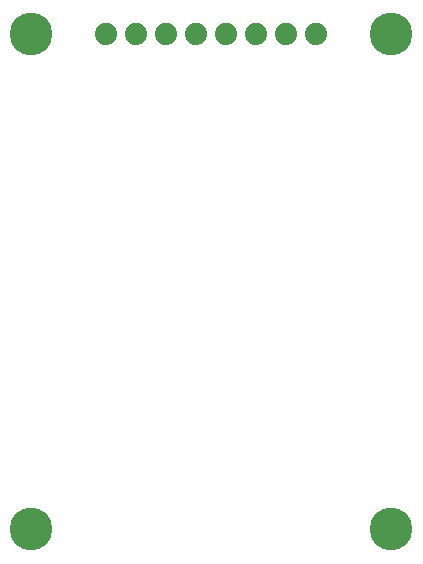
<source format=gbr>
G04 EAGLE Gerber RS-274X export*
G75*
%MOMM*%
%FSLAX34Y34*%
%LPD*%
%INSoldermask Bottom*%
%IPPOS*%
%AMOC8*
5,1,8,0,0,1.08239X$1,22.5*%
G01*
%ADD10C,3.617600*%
%ADD11C,1.879600*%


D10*
X25400Y393700D03*
X330200Y393700D03*
X25400Y-25400D03*
X330200Y-25400D03*
D11*
X266700Y393700D03*
X241300Y393700D03*
X215900Y393700D03*
X190500Y393700D03*
X165100Y393700D03*
X139700Y393700D03*
X114300Y393700D03*
X88900Y393700D03*
M02*

</source>
